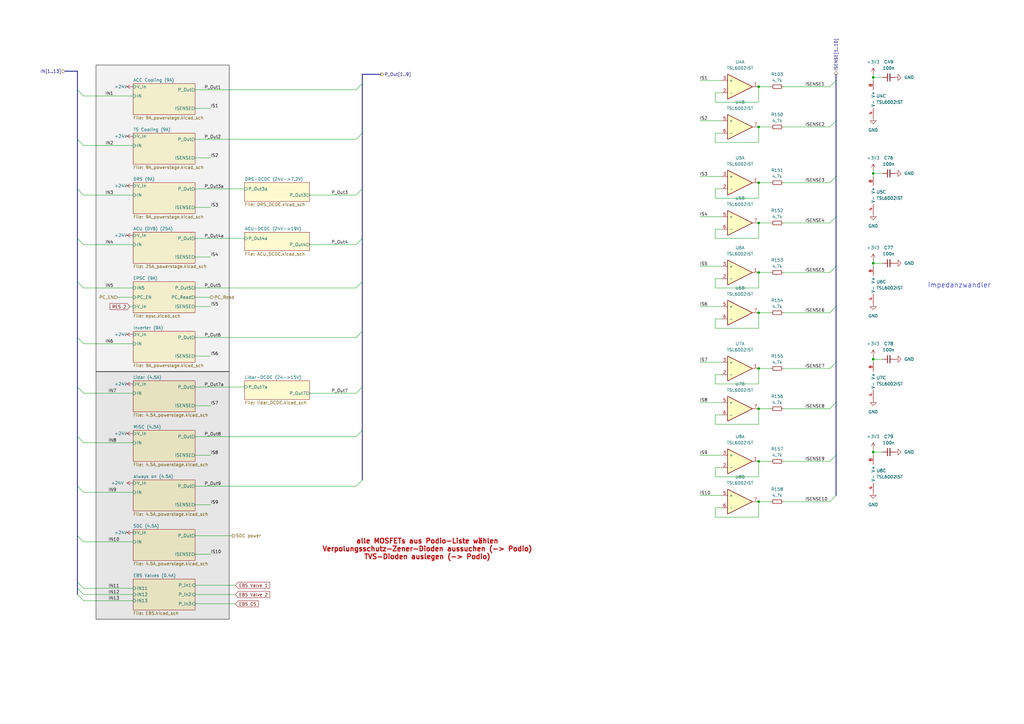
<source format=kicad_sch>
(kicad_sch (version 20231120) (generator "eeschema") (generator_version "8.0")
  (paper "A3")
  (title_block (title "PDU FT25") (date "2024-11-23") (rev "V1.1") (company "Janek Herm") (comment 1 "FaSTTUBe Electronics"))
  (lib_symbols
    (symbol "Device:C_Small" (pin_numbers hide) (pin_names (offset 0.254) hide)
      (property "Reference" "C" (at 0.254 1.778 0))
      (property "Value" "C_Small" (at 0.254 -2.032 0))
      (symbol "C_Small_0_1"
        (polyline (pts (xy -1.524 -0.508) (xy 1.524 -0.508)) (stroke (width 0.3302)))
        (polyline (pts (xy -1.524 0.508) (xy 1.524 0.508)) (stroke (width 0.3048)))
      )
      (symbol "C_Small_1_1"
        (pin passive line (at 0 2.54 270) (length 2.032) (name "~") (number "1"))
        (pin passive line (at 0 -2.54 90) (length 2.032) (name "~") (number "2"))
      )
    )
    (symbol "Device:Opamp_Dual"
      (property "Reference" "U" (at 0 5.08 0))
      (property "Value" "Opamp_Dual" (at 0 -5.08 0))
      (symbol "Opamp_Dual_1_1"
        (polyline (pts (xy -5.08 5.08) (xy 5.08 0) (xy -5.08 -5.08) (xy -5.08 5.08)) (stroke (width 0.254)) (fill (type background)))
        (pin output line (at 7.62 0 180) (length 2.54) (name "~") (number "1"))
        (pin input line (at -7.62 -2.54 0) (length 2.54) (name "-") (number "2"))
        (pin input line (at -7.62 2.54 0) (length 2.54) (name "+") (number "3"))
      )
      (symbol "Opamp_Dual_2_1"
        (polyline (pts (xy -5.08 5.08) (xy 5.08 0) (xy -5.08 -5.08) (xy -5.08 5.08)) (stroke (width 0.254)) (fill (type background)))
        (pin input line (at -7.62 2.54 0) (length 2.54) (name "+") (number "5"))
        (pin input line (at -7.62 -2.54 0) (length 2.54) (name "-") (number "6"))
        (pin output line (at 7.62 0 180) (length 2.54) (name "~") (number "7"))
      )
      (symbol "Opamp_Dual_3_1"
        (pin power_in line (at -2.54 -7.62 90) (length 3.81) (name "V-") (number "4"))
        (pin power_in line (at -2.54 7.62 270) (length 3.81) (name "V+") (number "8"))
      )
    )
    (symbol "Device:R_Small" (pin_numbers hide) (pin_names (offset 0.254) hide)
      (property "Reference" "R" (at 0.762 0.508 0))
      (property "Value" "R_Small" (at 0.762 -1.016 0))
      (symbol "R_Small_0_1"
        (rectangle (start -0.762 1.778) (end 0.762 -1.778) (stroke (width 0.2032)))
      )
      (symbol "R_Small_1_1"
        (pin passive line (at 0 2.54 270) (length 0.762) (name "~") (number "1"))
        (pin passive line (at 0 -2.54 90) (length 0.762) (name "~") (number "2"))
      )
    )
    (symbol "power:+12V" (power) (pin_numbers hide) (pin_names (offset 0) hide)
      (property "Value" "+12V" (at 0 3.556 0))
      (symbol "+12V_0_1"
        (polyline (pts (xy -0.762 1.27) (xy 0 2.54)))
        (polyline (pts (xy 0 0) (xy 0 2.54)))
        (polyline (pts (xy 0 2.54) (xy 0.762 1.27)))
      )
      (symbol "+12V_1_1"
        (pin power_in line (at 0 0 90) (length 0) (name "~") (number "1"))
      )
    )
    (symbol "power:+24V" (power) (pin_numbers hide) (pin_names (offset 0) hide)
      (property "Value" "+24V" (at 0 3.556 0))
      (symbol "+24V_0_1"
        (polyline (pts (xy -0.762 1.27) (xy 0 2.54)))
        (polyline (pts (xy 0 0) (xy 0 2.54)))
        (polyline (pts (xy 0 2.54) (xy 0.762 1.27)))
      )
      (symbol "+24V_1_1"
        (pin power_in line (at 0 0 90) (length 0) (name "~") (number "1"))
      )
    )
    (symbol "power:+3.3V" (power) (pin_numbers hide) (pin_names (offset 0) hide)
      (property "Value" "+3.3V" (at 0 3.556 0))
      (symbol "+3.3V_0_1"
        (polyline (pts (xy -0.762 1.27) (xy 0 2.54)))
        (polyline (pts (xy 0 0) (xy 0 2.54)))
        (polyline (pts (xy 0 2.54) (xy 0.762 1.27)))
      )
      (symbol "+3.3V_1_1"
        (pin power_in line (at 0 0 90) (length 0) (name "~") (number "1"))
      )
    )
    (symbol "power:GND" (power) (pin_numbers hide) (pin_names (offset 0) hide)
      (property "Value" "GND" (at 0 -3.81 0))
      (symbol "GND_0_1"
        (polyline (pts (xy 0 0) (xy 0 -1.27) (xy 1.27 -1.27) (xy 0 -2.54) (xy -1.27 -1.27) (xy 0 -1.27)))
      )
      (symbol "GND_1_1"
        (pin power_in line (at 0 0 270) (length 0) (name "~") (number "1"))
      )
    )
  )
  (junction (at 311.15 111.76))
  (junction (at 358.14 71.12))
  (junction (at 358.14 31.75))
  (junction (at 358.14 185.42))
  (junction (at 311.15 128.27))
  (junction (at 311.15 52.07))
  (junction (at 311.15 205.74))
  (junction (at 311.15 151.13))
  (junction (at 311.15 91.44))
  (junction (at 311.15 35.56))
  (junction (at 358.14 147.32))
  (junction (at 358.14 107.95))
  (junction (at 311.15 74.93))
  (junction (at 311.15 189.23))
  (junction (at 311.15 167.64))
  (bus_entry (at 31.75 199.39) (size 2.54 2.54))
  (bus_entry (at 34.29 80.01) (size -2.54 -2.54))
  (bus_entry (at 31.75 219.71) (size 2.54 2.54))
  (bus_entry (at 34.29 140.97) (size -2.54 -2.54))
  (bus_entry (at 340.36 151.13) (size 2.54 -2.54))
  (bus_entry (at 146.05 179.07) (size 2.54 -2.54))
  (bus_entry (at 340.36 189.23) (size 2.54 -2.54))
  (bus_entry (at 146.05 100.33) (size 2.54 -2.54))
  (bus_entry (at 146.05 199.39) (size 2.54 -2.54))
  (bus_entry (at 340.36 111.76) (size 2.54 -2.54))
  (bus_entry (at 340.36 205.74) (size 2.54 -2.54))
  (bus_entry (at 340.36 74.93) (size 2.54 -2.54))
  (bus_entry (at 34.29 118.11) (size -2.54 -2.54))
  (bus_entry (at 146.05 118.11) (size 2.54 -2.54))
  (bus_entry (at 340.36 52.07) (size 2.54 -2.54))
  (bus_entry (at 34.29 100.33) (size -2.54 -2.54))
  (bus_entry (at 146.05 57.15) (size 2.54 -2.54))
  (bus_entry (at 146.05 161.29) (size 2.54 -2.54))
  (bus_entry (at 340.36 167.64) (size 2.54 -2.54))
  (bus_entry (at 31.75 179.07) (size 2.54 2.54))
  (bus_entry (at 34.29 39.37) (size -2.54 -2.54))
  (bus_entry (at 146.05 80.01) (size 2.54 -2.54))
  (bus_entry (at 340.36 91.44) (size 2.54 -2.54))
  (bus_entry (at 31.75 238.76) (size 2.54 2.54))
  (bus_entry (at 31.75 243.84) (size 2.54 2.54))
  (bus_entry (at 31.75 241.3) (size 2.54 2.54))
  (bus_entry (at 340.36 128.27) (size 2.54 -2.54))
  (bus_entry (at 340.36 35.56) (size 2.54 -2.54))
  (bus_entry (at 34.29 59.69) (size -2.54 -2.54))
  (bus_entry (at 146.05 138.43) (size 2.54 -2.54))
  (bus_entry (at 146.05 36.83) (size 2.54 -2.54))
  (bus_entry (at 31.75 158.75) (size 2.54 2.54))
  (wire (pts (xy 293.37 130.81) (xy 293.37 134.62)))
  (bus (pts (xy 342.9 88.9) (xy 342.9 109.22)))
  (wire (pts (xy 311.15 189.23) (xy 311.15 195.58)))
  (bus (pts (xy 342.9 125.73) (xy 342.9 148.59)))
  (wire (pts (xy 321.31 52.07) (xy 340.36 52.07)))
  (wire (pts (xy 311.15 151.13) (xy 311.15 157.48)))
  (wire (pts (xy 34.29 100.33) (xy 54.61 100.33)))
  (wire (pts (xy 96.52 243.84) (xy 80.01 243.84)))
  (wire (pts (xy 321.31 205.74) (xy 340.36 205.74)))
  (bus (pts (xy 342.9 148.59) (xy 342.9 165.1)))
  (wire (pts (xy 358.14 30.48) (xy 358.14 31.75)))
  (wire (pts (xy 311.15 205.74) (xy 311.15 212.09)))
  (wire (pts (xy 311.15 128.27) (xy 311.15 134.62)))
  (wire (pts (xy 293.37 81.28) (xy 311.15 81.28)))
  (bus (pts (xy 31.75 241.3) (xy 31.75 243.84)))
  (wire (pts (xy 293.37 54.61) (xy 293.37 58.42)))
  (wire (pts (xy 311.15 74.93) (xy 316.23 74.93)))
  (wire (pts (xy 287.02 33.02) (xy 295.91 33.02)))
  (wire (pts (xy 311.15 189.23) (xy 316.23 189.23)))
  (wire (pts (xy 293.37 195.58) (xy 311.15 195.58)))
  (wire (pts (xy 80.01 146.05) (xy 86.36 146.05)))
  (wire (pts (xy 34.29 80.01) (xy 54.61 80.01)))
  (bus (pts (xy 31.75 238.76) (xy 31.75 241.3)))
  (wire (pts (xy 295.91 114.3) (xy 293.37 114.3)))
  (wire (pts (xy 295.91 191.77) (xy 293.37 191.77)))
  (wire (pts (xy 311.15 35.56) (xy 316.23 35.56)))
  (wire (pts (xy 295.91 130.81) (xy 293.37 130.81)))
  (wire (pts (xy 295.91 54.61) (xy 293.37 54.61)))
  (wire (pts (xy 311.15 111.76) (xy 316.23 111.76)))
  (wire (pts (xy 295.91 170.18) (xy 293.37 170.18)))
  (wire (pts (xy 287.02 148.59) (xy 295.91 148.59)))
  (bus (pts (xy 156.21 30.48) (xy 148.59 30.48)))
  (wire (pts (xy 358.14 107.95) (xy 361.95 107.95)))
  (wire (pts (xy 295.91 208.28) (xy 293.37 208.28)))
  (wire (pts (xy 358.14 69.85) (xy 358.14 71.12)))
  (wire (pts (xy 293.37 212.09) (xy 311.15 212.09)))
  (wire (pts (xy 80.01 77.47) (xy 100.33 77.47)))
  (bus (pts (xy 342.9 72.39) (xy 342.9 88.9)))
  (wire (pts (xy 80.01 44.45) (xy 86.36 44.45)))
  (bus (pts (xy 148.59 158.75) (xy 148.59 176.53)))
  (wire (pts (xy 321.31 151.13) (xy 340.36 151.13)))
  (wire (pts (xy 80.01 57.15) (xy 146.05 57.15)))
  (wire (pts (xy 358.14 185.42) (xy 358.14 186.69)))
  (wire (pts (xy 80.01 179.07) (xy 146.05 179.07)))
  (wire (pts (xy 287.02 125.73) (xy 295.91 125.73)))
  (wire (pts (xy 96.52 240.03) (xy 80.01 240.03)))
  (wire (pts (xy 287.02 109.22) (xy 295.91 109.22)))
  (wire (pts (xy 358.14 71.12) (xy 361.95 71.12)))
  (wire (pts (xy 80.01 138.43) (xy 146.05 138.43)))
  (bus (pts (xy 342.9 109.22) (xy 342.9 125.73)))
  (wire (pts (xy 311.15 167.64) (xy 316.23 167.64)))
  (wire (pts (xy 311.15 52.07) (xy 311.15 58.42)))
  (wire (pts (xy 358.14 31.75) (xy 361.95 31.75)))
  (bus (pts (xy 31.75 57.15) (xy 31.75 77.47)))
  (bus (pts (xy 31.75 29.21) (xy 31.75 36.83)))
  (wire (pts (xy 321.31 128.27) (xy 340.36 128.27)))
  (wire (pts (xy 287.02 72.39) (xy 295.91 72.39)))
  (wire (pts (xy 311.15 52.07) (xy 316.23 52.07)))
  (wire (pts (xy 80.01 105.41) (xy 86.36 105.41)))
  (wire (pts (xy 293.37 157.48) (xy 311.15 157.48)))
  (wire (pts (xy 311.15 205.74) (xy 316.23 205.74)))
  (wire (pts (xy 80.01 125.73) (xy 86.36 125.73)))
  (wire (pts (xy 293.37 97.79) (xy 311.15 97.79)))
  (wire (pts (xy 80.01 158.75) (xy 100.33 158.75)))
  (wire (pts (xy 295.91 93.98) (xy 293.37 93.98)))
  (bus (pts (xy 31.75 179.07) (xy 31.75 199.39)))
  (wire (pts (xy 80.01 207.01) (xy 86.36 207.01)))
  (bus (pts (xy 26.67 29.21) (xy 31.75 29.21)))
  (wire (pts (xy 80.01 36.83) (xy 146.05 36.83)))
  (wire (pts (xy 287.02 186.69) (xy 295.91 186.69)))
  (wire (pts (xy 293.37 58.42) (xy 311.15 58.42)))
  (bus (pts (xy 31.75 97.79) (xy 31.75 115.57)))
  (bus (pts (xy 148.59 176.53) (xy 148.59 196.85)))
  (wire (pts (xy 34.29 59.69) (xy 54.61 59.69)))
  (bus (pts (xy 342.9 186.69) (xy 342.9 203.2)))
  (wire (pts (xy 358.14 147.32) (xy 358.14 148.59)))
  (wire (pts (xy 295.91 153.67) (xy 293.37 153.67)))
  (bus (pts (xy 31.75 219.71) (xy 31.75 238.76)))
  (wire (pts (xy 321.31 91.44) (xy 340.36 91.44)))
  (wire (pts (xy 293.37 153.67) (xy 293.37 157.48)))
  (wire (pts (xy 34.29 39.37) (xy 54.61 39.37)))
  (wire (pts (xy 293.37 38.1) (xy 293.37 41.91)))
  (wire (pts (xy 34.29 222.25) (xy 54.61 222.25)))
  (wire (pts (xy 293.37 208.28) (xy 293.37 212.09)))
  (wire (pts (xy 80.01 64.77) (xy 86.36 64.77)))
  (bus (pts (xy 342.9 165.1) (xy 342.9 186.69)))
  (wire (pts (xy 34.29 118.11) (xy 54.61 118.11)))
  (wire (pts (xy 358.14 184.15) (xy 358.14 185.42)))
  (wire (pts (xy 321.31 74.93) (xy 340.36 74.93)))
  (wire (pts (xy 358.14 71.12) (xy 358.14 72.39)))
  (wire (pts (xy 293.37 134.62) (xy 311.15 134.62)))
  (wire (pts (xy 287.02 165.1) (xy 295.91 165.1)))
  (bus (pts (xy 148.59 77.47) (xy 148.59 97.79)))
  (wire (pts (xy 311.15 111.76) (xy 311.15 118.11)))
  (wire (pts (xy 321.31 111.76) (xy 340.36 111.76)))
  (wire (pts (xy 287.02 49.53) (xy 295.91 49.53)))
  (wire (pts (xy 80.01 121.92) (xy 86.36 121.92)))
  (wire (pts (xy 80.01 118.11) (xy 146.05 118.11)))
  (bus (pts (xy 31.75 158.75) (xy 31.75 179.07)))
  (wire (pts (xy 295.91 77.47) (xy 293.37 77.47)))
  (wire (pts (xy 293.37 170.18) (xy 293.37 173.99)))
  (bus (pts (xy 342.9 33.02) (xy 342.9 49.53)))
  (wire (pts (xy 34.29 243.84) (xy 54.61 243.84)))
  (wire (pts (xy 80.01 219.71) (xy 95.25 219.71)))
  (wire (pts (xy 127 100.33) (xy 146.05 100.33)))
  (bus (pts (xy 31.75 36.83) (xy 31.75 57.15)))
  (wire (pts (xy 34.29 181.61) (xy 54.61 181.61)))
  (wire (pts (xy 293.37 41.91) (xy 311.15 41.91)))
  (wire (pts (xy 293.37 118.11) (xy 311.15 118.11)))
  (wire (pts (xy 358.14 185.42) (xy 361.95 185.42)))
  (bus (pts (xy 148.59 135.89) (xy 148.59 158.75)))
  (wire (pts (xy 53.34 125.73) (xy 54.61 125.73)))
  (wire (pts (xy 311.15 74.93) (xy 311.15 81.28)))
  (wire (pts (xy 293.37 93.98) (xy 293.37 97.79)))
  (wire (pts (xy 295.91 38.1) (xy 293.37 38.1)))
  (bus (pts (xy 148.59 34.29) (xy 148.59 54.61)))
  (wire (pts (xy 54.61 201.93) (xy 34.29 201.93)))
  (wire (pts (xy 358.14 147.32) (xy 361.95 147.32)))
  (wire (pts (xy 293.37 173.99) (xy 311.15 173.99)))
  (wire (pts (xy 127 80.01) (xy 146.05 80.01)))
  (wire (pts (xy 80.01 199.39) (xy 146.05 199.39)))
  (bus (pts (xy 31.75 77.47) (xy 31.75 97.79)))
  (wire (pts (xy 293.37 191.77) (xy 293.37 195.58)))
  (bus (pts (xy 342.9 49.53) (xy 342.9 72.39)))
  (bus (pts (xy 148.59 97.79) (xy 148.59 115.57)))
  (bus (pts (xy 148.59 30.48) (xy 148.59 34.29)))
  (wire (pts (xy 80.01 186.69) (xy 86.36 186.69)))
  (wire (pts (xy 287.02 203.2) (xy 295.91 203.2)))
  (wire (pts (xy 80.01 247.65) (xy 96.52 247.65)))
  (bus (pts (xy 148.59 115.57) (xy 148.59 135.89)))
  (wire (pts (xy 321.31 35.56) (xy 340.36 35.56)))
  (wire (pts (xy 358.14 146.05) (xy 358.14 147.32)))
  (bus (pts (xy 31.75 199.39) (xy 31.75 219.71)))
  (bus (pts (xy 31.75 138.43) (xy 31.75 158.75)))
  (wire (pts (xy 311.15 91.44) (xy 311.15 97.79)))
  (wire (pts (xy 80.01 166.37) (xy 86.36 166.37)))
  (wire (pts (xy 311.15 167.64) (xy 311.15 173.99)))
  (wire (pts (xy 358.14 31.75) (xy 358.14 33.02)))
  (wire (pts (xy 311.15 91.44) (xy 316.23 91.44)))
  (wire (pts (xy 34.29 140.97) (xy 54.61 140.97)))
  (wire (pts (xy 321.31 189.23) (xy 340.36 189.23)))
  (wire (pts (xy 34.29 246.38) (xy 54.61 246.38)))
  (wire (pts (xy 358.14 106.68) (xy 358.14 107.95)))
  (wire (pts (xy 311.15 35.56) (xy 311.15 41.91)))
  (wire (pts (xy 293.37 77.47) (xy 293.37 81.28)))
  (wire (pts (xy 80.01 227.33) (xy 86.36 227.33)))
  (wire (pts (xy 287.02 88.9) (xy 295.91 88.9)))
  (bus (pts (xy 31.75 115.57) (xy 31.75 138.43)))
  (wire (pts (xy 311.15 151.13) (xy 316.23 151.13)))
  (wire (pts (xy 34.29 161.29) (xy 54.61 161.29)))
  (wire (pts (xy 358.14 107.95) (xy 358.14 109.22)))
  (wire (pts (xy 321.31 167.64) (xy 340.36 167.64)))
  (wire (pts (xy 80.01 85.09) (xy 86.36 85.09)))
  (wire (pts (xy 80.01 97.79) (xy 100.33 97.79)))
  (bus (pts (xy 148.59 54.61) (xy 148.59 77.47)))
  (wire (pts (xy 311.15 128.27) (xy 316.23 128.27)))
  (wire (pts (xy 127 161.29) (xy 146.05 161.29)))
  (wire (pts (xy 293.37 114.3) (xy 293.37 118.11)))
  (wire (pts (xy 34.29 241.3) (xy 54.61 241.3)))
  (wire (pts (xy 48.26 121.92) (xy 54.61 121.92)))
  (bus (pts (xy 342.9 30.48) (xy 342.9 33.02)))
  (rectangle (start 39.37 152.4) (end 93.98 254) (stroke (width 0) (color 0 0 0 1)) (fill (type color) (color 132 132 132 0.2)))
  (rectangle (start 39.37 26.67) (end 93.98 152.4) (stroke (width 0) (color 0 0 0 1)) (fill (type color) (color 194 194 194 0.2)))
  (text "Impedanzwandler" (at 393.446 117.094 0) (effects (font (size 2 2))))
  (text "alle MOSFETs aus Podio-Liste wählen\nVerpolungsschutz-Zener-Dioden aussuchen (-> Podio)\nTVS-Dioden auslegen (-> Podio)" (at 175.26 225.298 0) (effects (font (size 2 2) (thickness 0.4) (bold yes))))
  (label "P_Out8" (at 83.82 179.07 0))
  (label "ISENSE6" (at 330.2 128.27 0))
  (label "IS2" (at 86.36 64.77 0))
  (label "IN2" (at 43.18 59.69 0))
  (label "IS6" (at 86.36 146.05 0))
  (label "P_Out5" (at 83.82 118.11 0))
  (label "IS6" (at 287.02 125.73 0))
  (label "IS1" (at 86.36 44.45 0))
  (label "ISENSE9" (at 330.2 189.23 0))
  (label "IS7" (at 86.36 166.37 0))
  (label "P_Out1" (at 83.82 36.83 0))
  (label "IN4" (at 43.18 100.33 0))
  (label "IN10" (at 44.45 222.25 0))
  (label "IS5" (at 86.36 125.73 0))
  (label "P_Out2" (at 83.82 57.15 0))
  (label "IS9" (at 287.02 186.69 0))
  (label "IS8" (at 287.02 165.1 0))
  (label "P_Out7a" (at 83.82 158.75 0))
  (label "IN8" (at 44.45 181.61 0))
  (label "IS5" (at 287.02 109.22 0))
  (label "IS8" (at 86.36 186.69 0))
  (label "IS2" (at 287.02 49.53 0))
  (label "IS4" (at 287.02 88.9 0))
  (label "P_Out3" (at 135.89 80.01 0))
  (label "ISENSE3" (at 330.2 74.93 0))
  (label "IN6" (at 43.18 140.97 0))
  (label "IS1" (at 287.02 33.02 0))
  (label "IS10" (at 287.02 203.2 0))
  (label "P_Out3a" (at 83.82 77.47 0))
  (label "P_Out6" (at 83.82 138.43 0))
  (label "IS10" (at 86.36 227.33 0))
  (label "IN9" (at 44.45 201.93 0))
  (label "IN3" (at 43.18 80.01 0))
  (label "IS7" (at 287.02 148.59 0))
  (label "IS4" (at 86.36 105.41 0))
  (label "P_Out7" (at 135.89 161.29 0))
  (label "ISENSE4" (at 330.2 91.44 0))
  (label "IN12" (at 44.45 243.84 0))
  (label "P_Out4" (at 135.89 100.33 0))
  (label "IS3" (at 287.02 72.39 0))
  (label "P_Out9" (at 83.82 199.39 0))
  (label "IS9" (at 86.36 207.01 0))
  (label "IN7" (at 44.45 161.29 0))
  (label "ISENSE2" (at 330.2 52.07 0))
  (label "IS3" (at 86.36 85.09 0))
  (label "IN1" (at 43.18 39.37 0))
  (label "ISENSE10" (at 330.2 205.74 0))
  (label "ISENSE5" (at 330.2 111.76 0))
  (label "P_Out4a" (at 83.82 97.79 0))
  (label "ISENSE8" (at 330.2 167.64 0))
  (label "IN5" (at 43.18 118.11 0))
  (label "IN13" (at 44.45 246.38 0))
  (label "ISENSE1" (at 330.2 35.56 0))
  (label "ISENSE7" (at 330.2 151.13 0))
  (label "IN11" (at 44.45 241.3 0))
  (global_label "RES 2" (shape input) (at 53.34 125.73 180) (property "Intersheetrefs" "${INTERSHEET_REFS}" (effects (hide yes))))
  (global_label "EBS CS" (shape input) (at 96.52 247.65 0) (property "Intersheetrefs" "${INTERSHEET_REFS}" (effects (hide yes))))
  (global_label "EBS Valve 1" (shape input) (at 96.52 240.03 0) (property "Intersheetrefs" "${INTERSHEET_REFS}" (effects (hide yes))))
  (global_label "EBS Valve 2" (shape input) (at 96.52 243.84 0) (property "Intersheetrefs" "${INTERSHEET_REFS}" (effects (hide yes))))
  (hierarchical_label "PC_EN" (shape input) (at 48.26 121.92 180))
  (hierarchical_label "ISENSE[1..10]" (shape output) (at 342.9 30.48 90))
  (hierarchical_label "PC_Read" (shape output) (at 86.36 121.92 0))
  (hierarchical_label "P_Out[1..9]" (shape output) (at 156.21 30.48 0))
  (hierarchical_label "IN[1..13]" (shape input) (at 26.67 29.21 180))
  (hierarchical_label "SDC power" (shape output) (at 95.25 219.71 0))
  (symbol (lib_id "power:GND") (at 367.03 147.32 90) (unit 1)
    (property "Reference" "#PWR0192" (effects (hide yes)))
    (property "Value" "GND" (at 370.84 147.3199 90) (effects (justify right)))
    (property "Description" "Power symbol creates a global label with name \"GND\" , ground" (effects (hide yes)))
  )
  (symbol (lib_id "power:+12V") (at 54.61 76.2 90) (unit 1)
    (property "Reference" "#PWR037" (effects (hide yes)))
    (property "Value" "+24V" (at 49.53 76.2 90))
    (property "Description" "Power symbol creates a global label with name \"+12V\"" (effects (hide yes)))
  )
  (symbol (lib_id "Device:Opamp_Dual") (at 360.68 194.31 0) (unit 3)
    (property "Reference" "U8" (at 359.41 193.0399 0) (effects (justify left)))
    (property "Value" "TSL6002IST" (at 359.41 195.5799 0) (effects (justify left)))
    (property "Footprint" "TSL6002IST:SOP65P490X110-8N" (effects (hide yes)))
    (property "Datasheet" "https://www.st.com/resource/en/datasheet/tsl6001.pdf" (effects (hide yes)))
    (property "Description" "Dual operational amplifier" (effects (hide yes)))
    (property "Sim.Library" "${KICAD7_SYMBOL_DIR}/Simulation_SPICE.sp" (effects (hide yes)))
    (property "Sim.Name" "kicad_builtin_opamp_dual" (effects (hide yes)))
    (property "Sim.Device" "SUBCKT" (effects (hide yes)))
    (property "Sim.Pins" "1=out1 2=in1- 3=in1+ 4=vee 5=in2+ 6=in2- 7=out2 8=vcc" (effects (hide yes)))
  )
  (symbol (lib_id "Device:R_Small") (at 318.77 128.27 90) (unit 1)
    (property "Reference" "R154" (at 318.77 123.19 90))
    (property "Value" "4.7k" (at 318.77 125.73 90))
    (property "Footprint" "Resistor_SMD:R_0603_1608Metric_Pad0.98x0.95mm_HandSolder" (effects (hide yes)))
    (property "Description" "Resistor, small symbol" (effects (hide yes)))
  )
  (symbol (lib_id "Device:C_Small") (at 364.49 31.75 90) (unit 1)
    (property "Reference" "C49" (at 364.4963 25.4 90))
    (property "Value" "100n" (at 364.4963 27.94 90))
    (property "Footprint" "Capacitor_SMD:C_0603_1608Metric_Pad1.08x0.95mm_HandSolder" (effects (hide yes)))
    (property "Description" "Unpolarized capacitor, small symbol" (effects (hide yes)))
  )
  (symbol (lib_id "power:+24V") (at 54.61 198.12 90) (unit 1)
    (property "Reference" "#PWR051" (effects (hide yes)))
    (property "Value" "+24V" (at 50.8 198.1199 90) (effects (justify left)))
    (property "Description" "Power symbol creates a global label with name \"+24V\"" (effects (hide yes)))
  )
  (symbol (lib_id "power:+3.3V") (at 358.14 184.15 0) (unit 1)
    (property "Reference" "#PWR0194" (effects (hide yes)))
    (property "Value" "+3V3" (at 358.14 179.07 0))
    (property "Description" "Power symbol creates a global label with name \"+3.3V\"" (effects (hide yes)))
  )
  (symbol (lib_id "power:GND") (at 358.14 48.26 0) (unit 1)
    (property "Reference" "#PWR0184" (effects (hide yes)))
    (property "Value" "GND" (at 358.14 53.34 0))
    (property "Description" "Power symbol creates a global label with name \"GND\" , ground" (effects (hide yes)))
  )
  (symbol (lib_id "Device:Opamp_Dual") (at 303.53 91.44 0) (unit 2)
    (property "Reference" "U5" (at 303.53 81.28 0))
    (property "Value" "TSL6002IST" (at 303.53 83.82 0))
    (property "Footprint" "TSL6002IST:SOP65P490X110-8N" (effects (hide yes)))
    (property "Datasheet" "https://www.st.com/resource/en/datasheet/tsl6001.pdf" (effects (hide yes)))
    (property "Description" "Dual operational amplifier" (effects (hide yes)))
    (property "Sim.Library" "${KICAD7_SYMBOL_DIR}/Simulation_SPICE.sp" (effects (hide yes)))
    (property "Sim.Name" "kicad_builtin_opamp_dual" (effects (hide yes)))
    (property "Sim.Device" "SUBCKT" (effects (hide yes)))
    (property "Sim.Pins" "1=out1 2=in1- 3=in1+ 4=vee 5=in2+ 6=in2- 7=out2 8=vcc" (effects (hide yes)))
  )
  (symbol (lib_id "power:+3.3V") (at 358.14 69.85 0) (unit 1)
    (property "Reference" "#PWR0185" (effects (hide yes)))
    (property "Value" "+3V3" (at 358.14 64.77 0))
    (property "Description" "Power symbol creates a global label with name \"+3.3V\"" (effects (hide yes)))
  )
  (symbol (lib_id "Device:Opamp_Dual") (at 360.68 80.01 0) (unit 3)
    (property "Reference" "U5" (at 359.41 78.7399 0) (effects (justify left)))
    (property "Value" "TSL6002IST" (at 359.41 81.2799 0) (effects (justify left)))
    (property "Footprint" "TSL6002IST:SOP65P490X110-8N" (effects (hide yes)))
    (property "Datasheet" "https://www.st.com/resource/en/datasheet/tsl6001.pdf" (effects (hide yes)))
    (property "Description" "Dual operational amplifier" (effects (hide yes)))
    (property "Sim.Library" "${KICAD7_SYMBOL_DIR}/Simulation_SPICE.sp" (effects (hide yes)))
    (property "Sim.Name" "kicad_builtin_opamp_dual" (effects (hide yes)))
    (property "Sim.Device" "SUBCKT" (effects (hide yes)))
    (property "Sim.Pins" "1=out1 2=in1- 3=in1+ 4=vee 5=in2+ 6=in2- 7=out2 8=vcc" (effects (hide yes)))
  )
  (symbol (lib_id "Device:C_Small") (at 364.49 185.42 90) (unit 1)
    (property "Reference" "C79" (at 364.4963 179.07 90))
    (property "Value" "100n" (at 364.4963 181.61 90))
    (property "Footprint" "Capacitor_SMD:C_0603_1608Metric_Pad1.08x0.95mm_HandSolder" (effects (hide yes)))
    (property "Description" "Unpolarized capacitor, small symbol" (effects (hide yes)))
  )
  (symbol (lib_id "Device:R_Small") (at 318.77 111.76 90) (unit 1)
    (property "Reference" "R153" (at 318.77 106.68 90))
    (property "Value" "4.7k" (at 318.77 109.22 90))
    (property "Footprint" "Resistor_SMD:R_0603_1608Metric_Pad0.98x0.95mm_HandSolder" (effects (hide yes)))
    (property "Description" "Resistor, small symbol" (effects (hide yes)))
  )
  (symbol (lib_id "Device:R_Small") (at 318.77 74.93 90) (unit 1)
    (property "Reference" "R151" (at 318.77 69.85 90))
    (property "Value" "4.7k" (at 318.77 72.39 90))
    (property "Footprint" "Resistor_SMD:R_0603_1608Metric_Pad0.98x0.95mm_HandSolder" (effects (hide yes)))
    (property "Description" "Resistor, small symbol" (effects (hide yes)))
  )
  (symbol (lib_id "Device:Opamp_Dual") (at 303.53 35.56 0) (unit 1)
    (property "Reference" "U4" (at 303.53 25.4 0))
    (property "Value" "TSL6002IST" (at 303.53 27.94 0))
    (property "Footprint" "TSL6002IST:SOP65P490X110-8N" (effects (hide yes)))
    (property "Datasheet" "https://www.st.com/resource/en/datasheet/tsl6001.pdf" (effects (hide yes)))
    (property "Description" "Dual operational amplifier" (effects (hide yes)))
    (property "Sim.Library" "${KICAD7_SYMBOL_DIR}/Simulation_SPICE.sp" (effects (hide yes)))
    (property "Sim.Name" "kicad_builtin_opamp_dual" (effects (hide yes)))
    (property "Sim.Device" "SUBCKT" (effects (hide yes)))
    (property "Sim.Pins" "1=out1 2=in1- 3=in1+ 4=vee 5=in2+ 6=in2- 7=out2 8=vcc" (effects (hide yes)))
  )
  (symbol (lib_id "power:+12V") (at 54.61 137.16 90) (unit 1)
    (property "Reference" "#PWR044" (effects (hide yes)))
    (property "Value" "+24V" (at 49.53 137.16 90))
    (property "Description" "Power symbol creates a global label with name \"+12V\"" (effects (hide yes)))
  )
  (symbol (lib_id "Device:Opamp_Dual") (at 303.53 151.13 0) (unit 1)
    (property "Reference" "U7" (at 303.53 140.97 0))
    (property "Value" "TSL6002IST" (at 303.53 143.51 0))
    (property "Footprint" "TSL6002IST:SOP65P490X110-8N" (effects (hide yes)))
    (property "Datasheet" "https://www.st.com/resource/en/datasheet/tsl6001.pdf" (effects (hide yes)))
    (property "Description" "Dual operational amplifier" (effects (hide yes)))
    (property "Sim.Library" "${KICAD7_SYMBOL_DIR}/Simulation_SPICE.sp" (effects (hide yes)))
    (property "Sim.Name" "kicad_builtin_opamp_dual" (effects (hide yes)))
    (property "Sim.Device" "SUBCKT" (effects (hide yes)))
    (property "Sim.Pins" "1=out1 2=in1- 3=in1+ 4=vee 5=in2+ 6=in2- 7=out2 8=vcc" (effects (hide yes)))
  )
  (symbol (lib_id "Device:R_Small") (at 318.77 189.23 90) (unit 1)
    (property "Reference" "R157" (at 318.77 184.15 90))
    (property "Value" "4.7k" (at 318.77 186.69 90))
    (property "Footprint" "Resistor_SMD:R_0603_1608Metric_Pad0.98x0.95mm_HandSolder" (effects (hide yes)))
    (property "Description" "Resistor, small symbol" (effects (hide yes)))
  )
  (symbol (lib_id "Device:Opamp_Dual") (at 360.68 156.21 0) (unit 3)
    (property "Reference" "U7" (at 359.41 154.9399 0) (effects (justify left)))
    (property "Value" "TSL6002IST" (at 359.41 157.4799 0) (effects (justify left)))
    (property "Footprint" "TSL6002IST:SOP65P490X110-8N" (effects (hide yes)))
    (property "Datasheet" "https://www.st.com/resource/en/datasheet/tsl6001.pdf" (effects (hide yes)))
    (property "Description" "Dual operational amplifier" (effects (hide yes)))
    (property "Sim.Library" "${KICAD7_SYMBOL_DIR}/Simulation_SPICE.sp" (effects (hide yes)))
    (property "Sim.Name" "kicad_builtin_opamp_dual" (effects (hide yes)))
    (property "Sim.Device" "SUBCKT" (effects (hide yes)))
    (property "Sim.Pins" "1=out1 2=in1- 3=in1+ 4=vee 5=in2+ 6=in2- 7=out2 8=vcc" (effects (hide yes)))
  )
  (symbol (lib_id "power:+12V") (at 54.61 35.56 90) (unit 1)
    (property "Reference" "#PWR032" (effects (hide yes)))
    (property "Value" "+24V" (at 49.53 35.56 90))
    (property "Description" "Power symbol creates a global label with name \"+12V\"" (effects (hide yes)))
  )
  (symbol (lib_id "power:+12V") (at 54.61 55.88 90) (unit 1)
    (property "Reference" "#PWR035" (effects (hide yes)))
    (property "Value" "+24V" (at 49.53 55.88 90))
    (property "Description" "Power symbol creates a global label with name \"+12V\"" (effects (hide yes)))
  )
  (symbol (lib_id "Device:Opamp_Dual") (at 303.53 111.76 0) (unit 1)
    (property "Reference" "U6" (at 303.53 101.6 0))
    (property "Value" "TSL6002IST" (at 303.53 104.14 0))
    (property "Footprint" "TSL6002IST:SOP65P490X110-8N" (effects (hide yes)))
    (property "Datasheet" "https://www.st.com/resource/en/datasheet/tsl6001.pdf" (effects (hide yes)))
    (property "Description" "Dual operational amplifier" (effects (hide yes)))
    (property "Sim.Library" "${KICAD7_SYMBOL_DIR}/Simulation_SPICE.sp" (effects (hide yes)))
    (property "Sim.Name" "kicad_builtin_opamp_dual" (effects (hide yes)))
    (property "Sim.Device" "SUBCKT" (effects (hide yes)))
    (property "Sim.Pins" "1=out1 2=in1- 3=in1+ 4=vee 5=in2+ 6=in2- 7=out2 8=vcc" (effects (hide yes)))
  )
  (symbol (lib_id "power:+3.3V") (at 358.14 30.48 0) (unit 1)
    (property "Reference" "#PWR0143" (effects (hide yes)))
    (property "Value" "+3V3" (at 358.14 25.4 0))
    (property "Description" "Power symbol creates a global label with name \"+3.3V\"" (effects (hide yes)))
  )
  (symbol (lib_id "Device:Opamp_Dual") (at 360.68 40.64 0) (unit 3)
    (property "Reference" "U4" (at 359.41 39.3699 0) (effects (justify left)))
    (property "Value" "TSL6002IST" (at 359.41 41.9099 0) (effects (justify left)))
    (property "Footprint" "TSL6002IST:SOP65P490X110-8N" (effects (hide yes)))
    (property "Datasheet" "https://www.st.com/resource/en/datasheet/tsl6001.pdf" (effects (hide yes)))
    (property "Description" "Dual operational amplifier" (effects (hide yes)))
    (property "Sim.Library" "${KICAD7_SYMBOL_DIR}/Simulation_SPICE.sp" (effects (hide yes)))
    (property "Sim.Name" "kicad_builtin_opamp_dual" (effects (hide yes)))
    (property "Sim.Device" "SUBCKT" (effects (hide yes)))
    (property "Sim.Pins" "1=out1 2=in1- 3=in1+ 4=vee 5=in2+ 6=in2- 7=out2 8=vcc" (effects (hide yes)))
  )
  (symbol (lib_id "power:+12V") (at 54.61 157.48 90) (unit 1)
    (property "Reference" "#PWR046" (effects (hide yes)))
    (property "Value" "+24V" (at 49.53 157.48 90))
    (property "Description" "Power symbol creates a global label with name \"+12V\"" (effects (hide yes)))
  )
  (symbol (lib_id "Device:R_Small") (at 318.77 35.56 90) (unit 1)
    (property "Reference" "R103" (at 318.77 30.48 90))
    (property "Value" "4.7k" (at 318.77 33.02 90))
    (property "Footprint" "Resistor_SMD:R_0603_1608Metric_Pad0.98x0.95mm_HandSolder" (effects (hide yes)))
    (property "Description" "Resistor, small symbol" (effects (hide yes)))
  )
  (symbol (lib_id "power:GND") (at 367.03 31.75 90) (unit 1)
    (property "Reference" "#PWR0183" (effects (hide yes)))
    (property "Value" "GND" (at 370.84 31.7499 90) (effects (justify right)))
    (property "Description" "Power symbol creates a global label with name \"GND\" , ground" (effects (hide yes)))
  )
  (symbol (lib_id "power:GND") (at 358.14 87.63 0) (unit 1)
    (property "Reference" "#PWR0187" (effects (hide yes)))
    (property "Value" "GND" (at 358.14 92.71 0))
    (property "Description" "Power symbol creates a global label with name \"GND\" , ground" (effects (hide yes)))
  )
  (symbol (lib_id "power:GND") (at 367.03 185.42 90) (unit 1)
    (property "Reference" "#PWR0195" (effects (hide yes)))
    (property "Value" "GND" (at 370.84 185.4199 90) (effects (justify right)))
    (property "Description" "Power symbol creates a global label with name \"GND\" , ground" (effects (hide yes)))
  )
  (symbol (lib_id "power:GND") (at 358.14 163.83 0) (unit 1)
    (property "Reference" "#PWR0193" (effects (hide yes)))
    (property "Value" "GND" (at 358.14 168.91 0))
    (property "Description" "Power symbol creates a global label with name \"GND\" , ground" (effects (hide yes)))
  )
  (symbol (lib_id "Device:C_Small") (at 364.49 107.95 90) (unit 1)
    (property "Reference" "C77" (at 364.4963 101.6 90))
    (property "Value" "100n" (at 364.4963 104.14 90))
    (property "Footprint" "Capacitor_SMD:C_0603_1608Metric_Pad1.08x0.95mm_HandSolder" (effects (hide yes)))
    (property "Description" "Unpolarized capacitor, small symbol" (effects (hide yes)))
  )
  (symbol (lib_id "power:GND") (at 367.03 107.95 90) (unit 1)
    (property "Reference" "#PWR0189" (effects (hide yes)))
    (property "Value" "GND" (at 370.84 107.9499 90) (effects (justify right)))
    (property "Description" "Power symbol creates a global label with name \"GND\" , ground" (effects (hide yes)))
  )
  (symbol (lib_id "power:+3.3V") (at 358.14 146.05 0) (unit 1)
    (property "Reference" "#PWR0191" (effects (hide yes)))
    (property "Value" "+3V3" (at 358.14 140.97 0))
    (property "Description" "Power symbol creates a global label with name \"+3.3V\"" (effects (hide yes)))
  )
  (symbol (lib_id "power:+12V") (at 54.61 96.52 90) (unit 1)
    (property "Reference" "#PWR040" (effects (hide yes)))
    (property "Value" "+24V" (at 49.53 96.52 90))
    (property "Description" "Power symbol creates a global label with name \"+12V\"" (effects (hide yes)))
  )
  (symbol (lib_id "Device:Opamp_Dual") (at 303.53 189.23 0) (unit 1)
    (property "Reference" "U8" (at 303.53 179.07 0))
    (property "Value" "TSL6002IST" (at 303.53 181.61 0))
    (property "Footprint" "TSL6002IST:SOP65P490X110-8N" (effects (hide yes)))
    (property "Datasheet" "https://www.st.com/resource/en/datasheet/tsl6001.pdf" (effects (hide yes)))
    (property "Description" "Dual operational amplifier" (effects (hide yes)))
    (property "Sim.Library" "${KICAD7_SYMBOL_DIR}/Simulation_SPICE.sp" (effects (hide yes)))
    (property "Sim.Name" "kicad_builtin_opamp_dual" (effects (hide yes)))
    (property "Sim.Device" "SUBCKT" (effects (hide yes)))
    (property "Sim.Pins" "1=out1 2=in1- 3=in1+ 4=vee 5=in2+ 6=in2- 7=out2 8=vcc" (effects (hide yes)))
  )
  (symbol (lib_id "power:+12V") (at 54.61 177.8 90) (unit 1)
    (property "Reference" "#PWR049" (effects (hide yes)))
    (property "Value" "+24V" (at 49.53 177.8 90))
    (property "Description" "Power symbol creates a global label with name \"+12V\"" (effects (hide yes)))
  )
  (symbol (lib_id "Device:R_Small") (at 318.77 91.44 90) (unit 1)
    (property "Reference" "R152" (at 318.77 86.36 90))
    (property "Value" "4.7k" (at 318.77 88.9 90))
    (property "Footprint" "Resistor_SMD:R_0603_1608Metric_Pad0.98x0.95mm_HandSolder" (effects (hide yes)))
    (property "Description" "Resistor, small symbol" (effects (hide yes)))
  )
  (symbol (lib_id "Device:C_Small") (at 364.49 147.32 90) (unit 1)
    (property "Reference" "C78" (at 364.4963 140.97 90))
    (property "Value" "100n" (at 364.4963 143.51 90))
    (property "Footprint" "Capacitor_SMD:C_0603_1608Metric_Pad1.08x0.95mm_HandSolder" (effects (hide yes)))
    (property "Description" "Unpolarized capacitor, small symbol" (effects (hide yes)))
  )
  (symbol (lib_id "power:+12V") (at 54.61 218.44 90) (unit 1)
    (property "Reference" "#PWR054" (effects (hide yes)))
    (property "Value" "+24V" (at 49.53 218.44 90))
    (property "Description" "Power symbol creates a global label with name \"+12V\"" (effects (hide yes)))
  )
  (symbol (lib_id "Device:Opamp_Dual") (at 303.53 167.64 0) (unit 2)
    (property "Reference" "U7" (at 303.53 157.48 0))
    (property "Value" "TSL6002IST" (at 303.53 160.02 0))
    (property "Footprint" "TSL6002IST:SOP65P490X110-8N" (effects (hide yes)))
    (property "Datasheet" "https://www.st.com/resource/en/datasheet/tsl6001.pdf" (effects (hide yes)))
    (property "Description" "Dual operational amplifier" (effects (hide yes)))
    (property "Sim.Library" "${KICAD7_SYMBOL_DIR}/Simulation_SPICE.sp" (effects (hide yes)))
    (property "Sim.Name" "kicad_builtin_opamp_dual" (effects (hide yes)))
    (property "Sim.Device" "SUBCKT" (effects (hide yes)))
    (property "Sim.Pins" "1=out1 2=in1- 3=in1+ 4=vee 5=in2+ 6=in2- 7=out2 8=vcc" (effects (hide yes)))
  )
  (symbol (lib_id "Device:Opamp_Dual") (at 303.53 74.93 0) (unit 1)
    (property "Reference" "U5" (at 303.53 64.77 0))
    (property "Value" "TSL6002IST" (at 303.53 67.31 0))
    (property "Footprint" "TSL6002IST:SOP65P490X110-8N" (effects (hide yes)))
    (property "Datasheet" "https://www.st.com/resource/en/datasheet/tsl6001.pdf" (effects (hide yes)))
    (property "Description" "Dual operational amplifier" (effects (hide yes)))
    (property "Sim.Library" "${KICAD7_SYMBOL_DIR}/Simulation_SPICE.sp" (effects (hide yes)))
    (property "Sim.Name" "kicad_builtin_opamp_dual" (effects (hide yes)))
    (property "Sim.Device" "SUBCKT" (effects (hide yes)))
    (property "Sim.Pins" "1=out1 2=in1- 3=in1+ 4=vee 5=in2+ 6=in2- 7=out2 8=vcc" (effects (hide yes)))
  )
  (symbol (lib_id "Device:Opamp_Dual") (at 360.68 116.84 0) (unit 3)
    (property "Reference" "U6" (at 359.41 115.5699 0) (effects (justify left)))
    (property "Value" "TSL6002IST" (at 359.41 118.1099 0) (effects (justify left)))
    (property "Footprint" "TSL6002IST:SOP65P490X110-8N" (effects (hide yes)))
    (property "Datasheet" "https://www.st.com/resource/en/datasheet/tsl6001.pdf" (effects (hide yes)))
    (property "Description" "Dual operational amplifier" (effects (hide yes)))
    (property "Sim.Library" "${KICAD7_SYMBOL_DIR}/Simulation_SPICE.sp" (effects (hide yes)))
    (property "Sim.Name" "kicad_builtin_opamp_dual" (effects (hide yes)))
    (property "Sim.Device" "SUBCKT" (effects (hide yes)))
    (property "Sim.Pins" "1=out1 2=in1- 3=in1+ 4=vee 5=in2+ 6=in2- 7=out2 8=vcc" (effects (hide yes)))
  )
  (symbol (lib_id "Device:R_Small") (at 318.77 205.74 90) (unit 1)
    (property "Reference" "R158" (at 318.77 200.66 90))
    (property "Value" "4.7k" (at 318.77 203.2 90))
    (property "Footprint" "Resistor_SMD:R_0603_1608Metric_Pad0.98x0.95mm_HandSolder" (effects (hide yes)))
    (property "Description" "Resistor, small symbol" (effects (hide yes)))
  )
  (symbol (lib_id "Device:R_Small") (at 318.77 151.13 90) (unit 1)
    (property "Reference" "R155" (at 318.77 146.05 90))
    (property "Value" "4.7k" (at 318.77 148.59 90))
    (property "Footprint" "Resistor_SMD:R_0603_1608Metric_Pad0.98x0.95mm_HandSolder" (effects (hide yes)))
    (property "Description" "Resistor, small symbol" (effects (hide yes)))
  )
  (symbol (lib_id "Device:R_Small") (at 318.77 52.07 90) (unit 1)
    (property "Reference" "R150" (at 318.77 46.99 90))
    (property "Value" "4.7k" (at 318.77 49.53 90))
    (property "Footprint" "Resistor_SMD:R_0603_1608Metric_Pad0.98x0.95mm_HandSolder" (effects (hide yes)))
    (property "Description" "Resistor, small symbol" (effects (hide yes)))
  )
  (symbol (lib_id "power:GND") (at 367.03 71.12 90) (unit 1)
    (property "Reference" "#PWR0186" (effects (hide yes)))
    (property "Value" "GND" (at 370.84 71.1199 90) (effects (justify right)))
    (property "Description" "Power symbol creates a global label with name \"GND\" , ground" (effects (hide yes)))
  )
  (symbol (lib_id "Device:R_Small") (at 318.77 167.64 90) (unit 1)
    (property "Reference" "R156" (at 318.77 162.56 90))
    (property "Value" "4.7k" (at 318.77 165.1 90))
    (property "Footprint" "Resistor_SMD:R_0603_1608Metric_Pad0.98x0.95mm_HandSolder" (effects (hide yes)))
    (property "Description" "Resistor, small symbol" (effects (hide yes)))
  )
  (symbol (lib_id "power:+3.3V") (at 358.14 106.68 0) (unit 1)
    (property "Reference" "#PWR0188" (effects (hide yes)))
    (property "Value" "+3V3" (at 358.14 101.6 0))
    (property "Description" "Power symbol creates a global label with name \"+3.3V\"" (effects (hide yes)))
  )
  (symbol (lib_id "Device:Opamp_Dual") (at 303.53 205.74 0) (unit 2)
    (property "Reference" "U8" (at 303.53 195.58 0))
    (property "Value" "TSL6002IST" (at 303.53 198.12 0))
    (property "Footprint" "TSL6002IST:SOP65P490X110-8N" (effects (hide yes)))
    (property "Datasheet" "https://www.st.com/resource/en/datasheet/tsl6001.pdf" (effects (hide yes)))
    (property "Description" "Dual operational amplifier" (effects (hide yes)))
    (property "Sim.Library" "${KICAD7_SYMBOL_DIR}/Simulation_SPICE.sp" (effects (hide yes)))
    (property "Sim.Name" "kicad_builtin_opamp_dual" (effects (hide yes)))
    (property "Sim.Device" "SUBCKT" (effects (hide yes)))
    (property "Sim.Pins" "1=out1 2=in1- 3=in1+ 4=vee 5=in2+ 6=in2- 7=out2 8=vcc" (effects (hide yes)))
  )
  (symbol (lib_id "power:GND") (at 358.14 201.93 0) (unit 1)
    (property "Reference" "#PWR0196" (effects (hide yes)))
    (property "Value" "GND" (at 358.14 207.01 0))
    (property "Description" "Power symbol creates a global label with name \"GND\" , ground" (effects (hide yes)))
  )
  (symbol (lib_id "Device:Opamp_Dual") (at 303.53 128.27 0) (unit 2)
    (property "Reference" "U6" (at 303.53 118.11 0))
    (property "Value" "TSL6002IST" (at 303.53 120.65 0))
    (property "Footprint" "TSL6002IST:SOP65P490X110-8N" (effects (hide yes)))
    (property "Datasheet" "https://www.st.com/resource/en/datasheet/tsl6001.pdf" (effects (hide yes)))
    (property "Description" "Dual operational amplifier" (effects (hide yes)))
    (property "Sim.Library" "${KICAD7_SYMBOL_DIR}/Simulation_SPICE.sp" (effects (hide yes)))
    (property "Sim.Name" "kicad_builtin_opamp_dual" (effects (hide yes)))
    (property "Sim.Device" "SUBCKT" (effects (hide yes)))
    (property "Sim.Pins" "1=out1 2=in1- 3=in1+ 4=vee 5=in2+ 6=in2- 7=out2 8=vcc" (effects (hide yes)))
  )
  (symbol (lib_id "power:GND") (at 358.14 124.46 0) (unit 1)
    (property "Reference" "#PWR0190" (effects (hide yes)))
    (property "Value" "GND" (at 358.14 129.54 0))
    (property "Description" "Power symbol creates a global label with name \"GND\" , ground" (effects (hide yes)))
  )
  (symbol (lib_id "Device:C_Small") (at 364.49 71.12 90) (unit 1)
    (property "Reference" "C76" (at 364.4963 64.77 90))
    (property "Value" "100n" (at 364.4963 67.31 90))
    (property "Footprint" "Capacitor_SMD:C_0603_1608Metric_Pad1.08x0.95mm_HandSolder" (effects (hide yes)))
    (property "Description" "Unpolarized capacitor, small symbol" (effects (hide yes)))
  )
  (symbol (lib_id "Device:Opamp_Dual") (at 303.53 52.07 0) (unit 2)
    (property "Reference" "U4" (at 303.53 41.91 0))
    (property "Value" "TSL6002IST" (at 303.53 44.45 0))
    (property "Footprint" "TSL6002IST:SOP65P490X110-8N" (effects (hide yes)))
    (property "Datasheet" "https://www.st.com/resource/en/datasheet/tsl6001.pdf" (effects (hide yes)))
    (property "Description" "Dual operational amplifier" (effects (hide yes)))
    (property "Sim.Library" "${KICAD7_SYMBOL_DIR}/Simulation_SPICE.sp" (effects (hide yes)))
    (property "Sim.Name" "kicad_builtin_opamp_dual" (effects (hide yes)))
    (property "Sim.Device" "SUBCKT" (effects (hide yes)))
    (property "Sim.Pins" "1=out1 2=in1- 3=in1+ 4=vee 5=in2+ 6=in2- 7=out2 8=vcc" (effects (hide yes)))
  )
  (sheet (at 54.61 74.93) (size 25.4 12.7) (stroke (width 0.1524)) (fill (color 255 250 208 1.0000))
    (property "Sheetname" "DRS (9A)" (at 54.61 74.2184 0) (effects (justify left bottom)))
    (property "Sheetfile" "9A_powerstage.kicad_sch" (at 54.61 88.2146 0) (effects (justify left top)))
    (pin "V_In" input (at 54.61 76.2 180))
    (pin "P_Out" output (at 80.01 77.47 0))
    (pin "IN" input (at 54.61 80.01 180))
    (pin "ISENSE" output (at 80.01 85.09 0))
  )
  (sheet (at 54.61 54.61) (size 25.4 12.7) (stroke (width 0.1524)) (fill (color 255 250 208 1.0000))
    (property "Sheetname" "TS Cooling (9A)" (at 54.61 53.8984 0) (effects (justify left bottom)))
    (property "Sheetfile" "9A_powerstage.kicad_sch" (at 54.61 67.8946 0) (effects (justify left top)))
    (pin "V_In" input (at 54.61 55.88 180))
    (pin "P_Out" output (at 80.01 57.15 0))
    (pin "IN" input (at 54.61 59.69 180))
    (pin "ISENSE" output (at 80.01 64.77 0))
  )
  (sheet (at 54.61 95.25) (size 25.4 12.7) (stroke (width 0.1524)) (fill (color 255 250 208 1.0000))
    (property "Sheetname" "ACU (DVB) (25A)" (at 54.61 94.5384 0) (effects (justify left bottom)))
    (property "Sheetfile" "25A_powerstage.kicad_sch" (at 54.61 108.5346 0) (effects (justify left top)))
    (pin "V_In" input (at 54.61 96.52 180))
    (pin "P_Out" output (at 80.01 97.79 0))
    (pin "IN" input (at 54.61 100.33 180))
    (pin "ISENSE" output (at 80.01 105.41 0))
  )
  (sheet (at 100.33 74.93) (size 26.67 7.62) (stroke (width 0.1524)) (fill (color 255 250 208 1.0000))
    (property "Sheetname" "DRS-DCDC (24V->7.2V)" (at 100.33 74.2184 0) (effects (justify left bottom)))
    (property "Sheetfile" "DRS_DCDC.kicad_sch" (at 100.33 83.1346 0) (effects (justify left top)))
    (pin "P_Out3a" input (at 100.33 77.47 180))
    (pin "P_Out3" output (at 127 80.01 0))
  )
  (sheet (at 54.61 135.89) (size 25.4 12.7) (stroke (width 0.1524)) (fill (color 255 250 208 1.0000))
    (property "Sheetname" "Inverter (9A)" (at 54.61 135.1784 0) (effects (justify left bottom)))
    (property "Sheetfile" "9A_powerstage.kicad_sch" (at 54.61 149.1746 0) (effects (justify left top)))
    (pin "V_In" input (at 54.61 137.16 180))
    (pin "IN" input (at 54.61 140.97 180))
    (pin "ISENSE" output (at 80.01 146.05 0))
    (pin "P_Out" output (at 80.01 138.43 0))
  )
  (sheet (at 100.33 95.25) (size 26.67 7.62) (stroke (width 0.1524)) (fill (color 255 250 208 1.0000))
    (property "Sheetname" "ACU-DCDC (24V->19V)" (at 100.33 94.5384 0) (effects (justify left bottom)))
    (property "Sheetfile" "ACU_DCDC.kicad_sch" (at 100.33 103.4546 0) (effects (justify left top)))
    (pin "P_Out4" output (at 127 100.33 0))
    (pin "P_Out4a" input (at 100.33 97.79 180))
  )
  (sheet (at 54.61 115.57) (size 25.4 12.7) (stroke (width 0.1524)) (fill (color 255 250 208 1.0000))
    (property "Sheetname" "EPSC (9A)" (at 54.61 114.8584 0) (effects (justify left bottom)))
    (property "Sheetfile" "epsc.kicad_sch" (at 54.61 128.8546 0) (effects (justify left top)))
    (pin "PC_EN" input (at 54.61 121.92 180))
    (pin "V_In" input (at 54.61 125.73 180))
    (pin "IN5" input (at 54.61 118.11 180))
    (pin "ISENSE" output (at 80.01 125.73 0))
    (pin "P_Out5" output (at 80.01 118.11 0))
    (pin "PC_Read" output (at 80.01 121.92 0))
  )
  (sheet (at 100.33 156.21) (size 26.67 7.62) (stroke (width 0.1524)) (fill (color 255 250 208 1.0000))
    (property "Sheetname" "Lidar-DCDC (24->15V)" (at 100.33 155.4984 0) (effects (justify left bottom)))
    (property "Sheetfile" "lidar_DCDC.kicad_sch" (at 100.33 164.4146 0) (effects (justify left top)))
    (pin "P_Out7" output (at 127 161.29 0))
    (pin "P_Out7a" input (at 100.33 158.75 180))
  )
  (sheet (at 54.61 196.85) (size 25.4 12.7) (stroke (width 0.1524)) (fill (color 255 250 208 1.0000))
    (property "Sheetname" "always on (4.5A)" (at 54.61 196.1384 0) (effects (justify left bottom)))
    (property "Sheetfile" "4.5A_powerstage.kicad_sch" (at 54.61 210.1346 0) (effects (justify left top)))
    (pin "V_In" input (at 54.61 198.12 180))
    (pin "P_Out" output (at 80.01 199.39 0))
    (pin "IN" input (at 54.61 201.93 180))
    (pin "ISENSE" output (at 80.01 207.01 0))
  )
  (sheet (at 54.61 237.49) (size 25.4 12.7) (stroke (width 0.1524)) (fill (color 255 250 208 1.0000))
    (property "Sheetname" "EBS Valves (0.4A)" (at 54.61 236.7784 0) (effects (justify left bottom)))
    (property "Sheetfile" "EBS.kicad_sch" (at 54.61 250.7746 0) (effects (justify left top)))
    (pin "IN12" input (at 54.61 243.84 180))
    (pin "P_in2" input (at 80.01 243.84 0))
    (pin "P_in1" input (at 80.01 240.03 0))
    (pin "IN11" input (at 54.61 241.3 180))
    (pin "P_in3" input (at 80.01 247.65 0))
    (pin "IN13" input (at 54.61 246.38 180))
  )
  (sheet (at 54.61 156.21) (size 25.4 12.7) (stroke (width 0.1524)) (fill (color 255 250 208 1.0000))
    (property "Sheetname" "Lidar (4.5A)" (at 54.61 155.4984 0) (effects (justify left bottom)))
    (property "Sheetfile" "4.5A_powerstage.kicad_sch" (at 54.61 169.4946 0) (effects (justify left top)))
    (pin "V_In" input (at 54.61 157.48 180))
    (pin "P_Out" output (at 80.01 158.75 0))
    (pin "IN" input (at 54.61 161.29 180))
    (pin "ISENSE" output (at 80.01 166.37 0))
  )
  (sheet (at 54.61 217.17) (size 25.4 12.7) (stroke (width 0.1524)) (fill (color 255 250 208 1.0000))
    (property "Sheetname" "SDC (4.5A)" (at 54.61 216.4584 0) (effects (justify left bottom)))
    (property "Sheetfile" "4.5A_powerstage.kicad_sch" (at 54.61 230.4546 0) (effects (justify left top)))
    (pin "V_In" input (at 54.61 218.44 180))
    (pin "IN" input (at 54.61 222.25 180))
    (pin "ISENSE" output (at 80.01 227.33 0))
    (pin "P_Out" output (at 80.01 219.71 0))
  )
  (sheet (at 54.61 34.29) (size 25.4 12.7) (stroke (width 0.1524)) (fill (color 255 250 208 1.0000))
    (property "Sheetname" "ACC Cooling (9A)" (at 54.61 33.5784 0) (effects (justify left bottom)))
    (property "Sheetfile" "9A_powerstage.kicad_sch" (at 54.61 47.5746 0) (effects (justify left top)))
    (pin "V_In" input (at 54.61 35.56 180))
    (pin "IN" input (at 54.61 39.37 180))
    (pin "ISENSE" output (at 80.01 44.45 0))
    (pin "P_Out" output (at 80.01 36.83 0))
  )
  (sheet (at 54.61 176.53) (size 25.4 12.7) (stroke (width 0.1524)) (fill (color 255 250 208 1.0000))
    (property "Sheetname" "MISC (4.5A)" (at 54.61 175.8184 0) (effects (justify left bottom)))
    (property "Sheetfile" "4.5A_powerstage.kicad_sch" (at 54.61 189.8146 0) (effects (justify left top)))
    (pin "V_In" input (at 54.61 177.8 180))
    (pin "P_Out" output (at 80.01 179.07 0))
    (pin "IN" input (at 54.61 181.61 180))
    (pin "ISENSE" output (at 80.01 186.69 0))
  )
)
</source>
